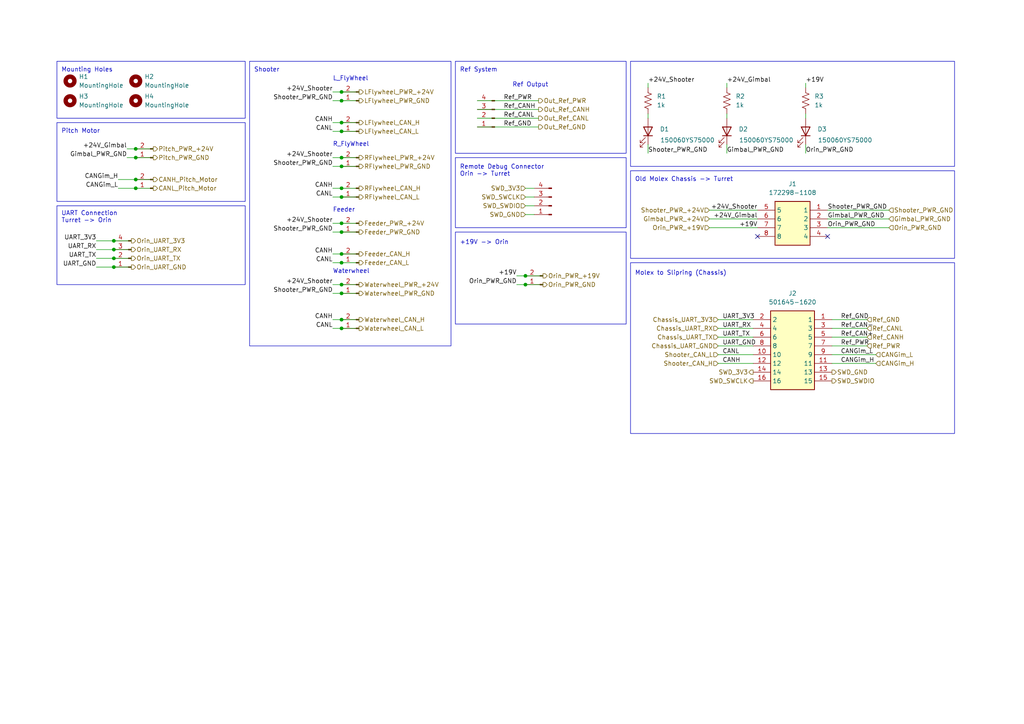
<source format=kicad_sch>
(kicad_sch (version 20250114) (generator "eeschema") (generator_version "9.0")
  (paper "A4")
  (lib_symbols
    (symbol "Connector:Conn_01x02_Pin" (pin_names (offset 1.016) (hide yes))
      (property "Reference" "J" (at 0 2.54 0))
      (property "Value" "Conn_01x02_Pin" (at 0 -5.08 0))
      (symbol "Conn_01x02_Pin_1_1"
        (rectangle (start 0.8636 0.127) (end 0 -0.127) (stroke (width 0.1524)) (fill (type outline)))
        (rectangle (start 0.8636 -2.413) (end 0 -2.667) (stroke (width 0.1524)) (fill (type outline)))
        (polyline (pts (xy 1.27 0) (xy 0.8636 0)) (stroke (width 0.1524)))
        (polyline (pts (xy 1.27 -2.54) (xy 0.8636 -2.54)) (stroke (width 0.1524)))
        (pin passive line (at 5.08 0 180) (length 3.81) (name "Pin_1") (number "1"))
        (pin passive line (at 5.08 -2.54 180) (length 3.81) (name "Pin_2") (number "2"))
      )
    )
    (symbol "Connector:Conn_01x04_Pin" (pin_names (offset 1.016) (hide yes))
      (property "Reference" "J" (at 0 5.08 0))
      (property "Value" "Conn_01x04_Pin" (at 0 -7.62 0))
      (symbol "Conn_01x04_Pin_1_1"
        (rectangle (start 0.8636 2.667) (end 0 2.413) (stroke (width 0.1524)) (fill (type outline)))
        (rectangle (start 0.8636 0.127) (end 0 -0.127) (stroke (width 0.1524)) (fill (type outline)))
        (rectangle (start 0.8636 -2.413) (end 0 -2.667) (stroke (width 0.1524)) (fill (type outline)))
        (rectangle (start 0.8636 -4.953) (end 0 -5.207) (stroke (width 0.1524)) (fill (type outline)))
        (polyline (pts (xy 1.27 2.54) (xy 0.8636 2.54)) (stroke (width 0.1524)))
        (polyline (pts (xy 1.27 0) (xy 0.8636 0)) (stroke (width 0.1524)))
        (polyline (pts (xy 1.27 -2.54) (xy 0.8636 -2.54)) (stroke (width 0.1524)))
        (polyline (pts (xy 1.27 -5.08) (xy 0.8636 -5.08)) (stroke (width 0.1524)))
        (pin passive line (at 5.08 2.54 180) (length 3.81) (name "Pin_1") (number "1"))
        (pin passive line (at 5.08 0 180) (length 3.81) (name "Pin_2") (number "2"))
        (pin passive line (at 5.08 -2.54 180) (length 3.81) (name "Pin_3") (number "3"))
        (pin passive line (at 5.08 -5.08 180) (length 3.81) (name "Pin_4") (number "4"))
      )
    )
    (symbol "Device:LED" (pin_numbers (hide yes)) (pin_names (offset 1.016) (hide yes))
      (property "Reference" "D" (at 0 2.54 0))
      (property "Value" "LED" (at 0 -2.54 0))
      (symbol "LED_0_1"
        (polyline (pts (xy -3.048 -0.762) (xy -4.572 -2.286) (xy -3.81 -2.286) (xy -4.572 -2.286) (xy -4.572 -1.524)))
        (polyline (pts (xy -1.778 -0.762) (xy -3.302 -2.286) (xy -2.54 -2.286) (xy -3.302 -2.286) (xy -3.302 -1.524)))
        (polyline (pts (xy -1.27 0) (xy 1.27 0)))
        (polyline (pts (xy -1.27 -1.27) (xy -1.27 1.27)) (stroke (width 0.254)))
        (polyline (pts (xy 1.27 -1.27) (xy 1.27 1.27) (xy -1.27 0) (xy 1.27 -1.27)) (stroke (width 0.254)))
      )
      (symbol "LED_1_1"
        (pin passive line (at -3.81 0 0) (length 2.54) (name "K") (number "1"))
        (pin passive line (at 3.81 0 180) (length 2.54) (name "A") (number "2"))
      )
    )
    (symbol "Device:R_US" (pin_numbers (hide yes)) (pin_names (offset 0))
      (property "Reference" "R" (at 2.54 0 90))
      (property "Value" "R_US" (at -2.54 0 90))
      (symbol "R_US_0_1"
        (polyline (pts (xy 0 2.286) (xy 0 2.54)))
        (polyline (pts (xy 0 2.286) (xy 1.016 1.905) (xy 0 1.524) (xy -1.016 1.143) (xy 0 0.762)))
        (polyline (pts (xy 0 0.762) (xy 1.016 0.381) (xy 0 0) (xy -1.016 -0.381) (xy 0 -0.762)))
        (polyline (pts (xy 0 -0.762) (xy 1.016 -1.143) (xy 0 -1.524) (xy -1.016 -1.905) (xy 0 -2.286)))
        (polyline (pts (xy 0 -2.286) (xy 0 -2.54)))
      )
      (symbol "R_US_1_1"
        (pin passive line (at 0 3.81 270) (length 1.27) (name "~") (number "1"))
        (pin passive line (at 0 -3.81 90) (length 1.27) (name "~") (number "2"))
      )
    )
    (symbol "Mechanical:MountingHole" (pin_names (offset 1.016))
      (property "Reference" "H" (at 0 5.08 0))
      (property "Value" "MountingHole" (at 0 3.175 0))
      (symbol "MountingHole_0_1"
        (circle (center 0 0) (radius 1.27) (stroke (width 1.27)))
      )
    )
    (symbol "Robomaster_Library:172298-1108"
      (property "Reference" "J" (at 16.51 7.62 0))
      (property "Value" "172298-1108" (at 16.51 5.08 0))
      (symbol "172298-1108_1_1"
        (rectangle (start 5.08 2.54) (end 15.24 -10.16) (stroke (width 0.254)) (fill (type background)))
        (pin passive line (at 0 0 0) (length 5.08) (name "5") (number "5"))
        (pin passive line (at 0 -2.54 0) (length 5.08) (name "6") (number "6"))
        (pin passive line (at 0 -5.08 0) (length 5.08) (name "7") (number "7"))
        (pin passive line (at 0 -7.62 0) (length 5.08) (name "8") (number "8"))
        (pin passive line (at 20.32 0 180) (length 5.08) (name "1") (number "1"))
        (pin passive line (at 20.32 -2.54 180) (length 5.08) (name "2") (number "2"))
        (pin passive line (at 20.32 -5.08 180) (length 5.08) (name "3") (number "3"))
        (pin passive line (at 20.32 -7.62 180) (length 5.08) (name "4") (number "4"))
      )
    )
    (symbol "Robomaster_Library:501645-1620"
      (property "Reference" "J" (at 19.05 7.62 0))
      (property "Value" "501645-1620" (at 19.05 5.08 0))
      (symbol "501645-1620_1_1"
        (rectangle (start 5.08 2.54) (end 17.78 -20.32) (stroke (width 0.254)) (fill (type background)))
        (pin passive line (at 0 0 0) (length 5.08) (name "2") (number "2"))
        (pin passive line (at 0 -2.54 0) (length 5.08) (name "4") (number "4"))
        (pin passive line (at 0 -5.08 0) (length 5.08) (name "6") (number "6"))
        (pin passive line (at 0 -7.62 0) (length 5.08) (name "8") (number "8"))
        (pin passive line (at 0 -10.16 0) (length 5.08) (name "10") (number "10"))
        (pin passive line (at 0 -12.7 0) (length 5.08) (name "12") (number "12"))
        (pin passive line (at 0 -15.24 0) (length 5.08) (name "14") (number "14"))
        (pin passive line (at 0 -17.78 0) (length 5.08) (name "16") (number "16"))
        (pin passive line (at 22.86 0 180) (length 5.08) (name "1") (number "1"))
        (pin passive line (at 22.86 -2.54 180) (length 5.08) (name "3") (number "3"))
        (pin passive line (at 22.86 -5.08 180) (length 5.08) (name "5") (number "5"))
        (pin passive line (at 22.86 -7.62 180) (length 5.08) (name "7") (number "7"))
        (pin passive line (at 22.86 -10.16 180) (length 5.08) (name "9") (number "9"))
        (pin passive line (at 22.86 -12.7 180) (length 5.08) (name "11") (number "11"))
        (pin passive line (at 22.86 -15.24 180) (length 5.08) (name "13") (number "13"))
        (pin passive line (at 22.86 -17.78 180) (length 5.08) (name "15") (number "15"))
      )
    )
  )
  (rectangle (start 132.08 17.78) (end 181.61 44.45))
  (rectangle (start 16.51 17.78) (end 71.12 34.29))
  (rectangle (start 72.39 17.78) (end 130.81 100.33))
  (rectangle (start 182.88 76.2) (end 276.86 125.73))
  (rectangle (start 16.51 59.69) (end 71.12 82.55))
  (rectangle (start 132.08 67.31) (end 181.61 93.98))
  (rectangle (start 16.51 35.56) (end 71.12 58.42))
  (rectangle (start 182.88 17.78) (end 276.86 48.26))
  (rectangle (start 182.88 49.53) (end 276.86 74.93) (stroke (width 0) (color 0 0 194 1)))
  (rectangle (start 132.08 45.72) (end 181.61 66.04))
  (text "Molex to Slipring (Chassis)" (at 184.15 80.01 0) (effects (font (size 1.27 1.27)) (justify left bottom)))
  (text "Ref System" (at 133.35 20.32 0) (effects (font (size 1.27 1.27)) (justify left)))
  (text "Old Molex Chassis -> Turret" (at 184.15 52.07 0) (effects (font (size 1.27 1.27)) (justify left)))
  (text "L_FlyWheel" (at 96.52 22.86 0) (effects (font (size 1.27 1.27)) (justify left)))
  (text "Feeder" (at 96.52 60.96 0) (effects (font (size 1.27 1.27)) (justify left)))
  (text "Pitch Motor" (at 17.78 38.1 0) (effects (font (size 1.27 1.27)) (justify left)))
  (text "Mounting Holes" (at 17.78 20.32 0) (effects (font (size 1.27 1.27)) (justify left)))
  (text "+19V -> Orin" (at 133.35 71.12 0) (effects (font (size 1.27 1.27)) (justify left bottom)))
  (text "Shooter" (at 73.66 20.32 0) (effects (font (size 1.27 1.27)) (justify left)))
  (text "Remote Debug Connector\nOrin -> Turret" (at 133.35 49.53 0) (effects (font (size 1.27 1.27)) (justify left)))
  (text "Ref Output\n" (at 148.59 25.4 0) (effects (font (size 1.27 1.27)) (justify left bottom)))
  (text "Waterwheel" (at 96.52 78.74 0) (effects (font (size 1.27 1.27)) (justify left)))
  (text "R_FlyWheel" (at 96.52 41.91 0) (effects (font (size 1.27 1.27)) (justify left)))
  (text "UART Connection\nTurret -> Orin" (at 17.78 64.77 0) (effects (font (size 1.27 1.27)) (justify left bottom)))
  (junction (at 99.06 29.21))
  (junction (at 99.06 38.1))
  (junction (at 39.37 45.72))
  (junction (at 99.06 95.25))
  (junction (at 39.37 52.07))
  (junction (at 99.06 64.77))
  (junction (at 33.02 69.85))
  (junction (at 152.4 80.01))
  (junction (at 99.06 67.31))
  (junction (at 39.37 43.18))
  (junction (at 99.06 73.66))
  (junction (at 99.06 57.15))
  (junction (at 152.4 82.55))
  (junction (at 99.06 85.09))
  (junction (at 99.06 92.71))
  (junction (at 99.06 45.72))
  (junction (at 99.06 54.61))
  (junction (at 33.02 77.47))
  (junction (at 39.37 54.61))
  (junction (at 33.02 72.39))
  (junction (at 33.02 74.93))
  (junction (at 99.06 26.67))
  (junction (at 99.06 76.2))
  (junction (at 99.06 35.56))
  (junction (at 99.06 48.26))
  (junction (at 99.06 82.55))
  (no_connect (at 219.71 68.58))
  (no_connect (at 240.03 68.58))
  (wire (pts (xy 152.4 82.55) (xy 157.48 82.55)))
  (wire (pts (xy 210.82 33.02) (xy 210.82 34.29)))
  (wire (pts (xy 33.02 74.93) (xy 38.1 74.93)))
  (wire (pts (xy 96.52 45.72) (xy 99.06 45.72)))
  (wire (pts (xy 208.28 105.41) (xy 218.44 105.41)))
  (wire (pts (xy 27.94 74.93) (xy 33.02 74.93)))
  (wire (pts (xy 208.28 100.33) (xy 218.44 100.33)))
  (wire (pts (xy 99.06 54.61) (xy 104.14 54.61)))
  (wire (pts (xy 99.06 95.25) (xy 104.14 95.25)))
  (wire (pts (xy 96.52 38.1) (xy 99.06 38.1)))
  (wire (pts (xy 187.96 33.02) (xy 187.96 34.29)))
  (wire (pts (xy 99.06 35.56) (xy 104.14 35.56)))
  (wire (pts (xy 156.21 36.83) (xy 138.43 36.83)))
  (wire (pts (xy 96.52 82.55) (xy 99.06 82.55)))
  (wire (pts (xy 96.52 67.31) (xy 99.06 67.31)))
  (wire (pts (xy 251.46 100.33) (xy 241.3 100.33)))
  (wire (pts (xy 99.06 85.09) (xy 104.14 85.09)))
  (wire (pts (xy 96.52 35.56) (xy 99.06 35.56)))
  (wire (pts (xy 99.06 38.1) (xy 104.14 38.1)))
  (wire (pts (xy 27.94 77.47) (xy 33.02 77.47)))
  (wire (pts (xy 39.37 43.18) (xy 44.45 43.18)))
  (wire (pts (xy 99.06 76.2) (xy 104.14 76.2)))
  (wire (pts (xy 99.06 45.72) (xy 104.14 45.72)))
  (wire (pts (xy 96.52 73.66) (xy 99.06 73.66)))
  (wire (pts (xy 99.06 29.21) (xy 104.14 29.21)))
  (wire (pts (xy 96.52 48.26) (xy 99.06 48.26)))
  (wire (pts (xy 39.37 45.72) (xy 44.45 45.72)))
  (wire (pts (xy 254 105.41) (xy 241.3 105.41)))
  (wire (pts (xy 233.68 24.13) (xy 233.68 25.4)))
  (wire (pts (xy 96.52 76.2) (xy 99.06 76.2)))
  (wire (pts (xy 205.74 63.5) (xy 219.71 63.5)))
  (wire (pts (xy 96.52 54.61) (xy 99.06 54.61)))
  (wire (pts (xy 152.4 62.23) (xy 154.94 62.23)))
  (wire (pts (xy 99.06 67.31) (xy 104.14 67.31)))
  (wire (pts (xy 251.46 92.71) (xy 241.3 92.71)))
  (wire (pts (xy 36.83 45.72) (xy 39.37 45.72)))
  (wire (pts (xy 96.52 95.25) (xy 99.06 95.25)))
  (wire (pts (xy 154.94 57.15) (xy 152.4 57.15)))
  (wire (pts (xy 257.81 63.5) (xy 240.03 63.5)))
  (wire (pts (xy 205.74 60.96) (xy 219.71 60.96)))
  (wire (pts (xy 96.52 85.09) (xy 99.06 85.09)))
  (wire (pts (xy 27.94 72.39) (xy 33.02 72.39)))
  (wire (pts (xy 156.21 29.21) (xy 138.43 29.21)))
  (wire (pts (xy 156.21 31.75) (xy 138.43 31.75)))
  (wire (pts (xy 96.52 64.77) (xy 99.06 64.77)))
  (wire (pts (xy 39.37 54.61) (xy 44.45 54.61)))
  (wire (pts (xy 208.28 97.79) (xy 218.44 97.79)))
  (wire (pts (xy 156.21 34.29) (xy 138.43 34.29)))
  (wire (pts (xy 257.81 60.96) (xy 240.03 60.96)))
  (wire (pts (xy 208.28 92.71) (xy 218.44 92.71)))
  (wire (pts (xy 96.52 29.21) (xy 99.06 29.21)))
  (wire (pts (xy 208.28 95.25) (xy 218.44 95.25)))
  (wire (pts (xy 187.96 24.13) (xy 187.96 25.4)))
  (wire (pts (xy 152.4 59.69) (xy 154.94 59.69)))
  (wire (pts (xy 33.02 69.85) (xy 38.1 69.85)))
  (wire (pts (xy 233.68 41.91) (xy 233.68 44.45)))
  (wire (pts (xy 251.46 95.25) (xy 241.3 95.25)))
  (wire (pts (xy 154.94 54.61) (xy 152.4 54.61)))
  (wire (pts (xy 240.03 66.04) (xy 257.81 66.04)))
  (wire (pts (xy 149.86 80.01) (xy 152.4 80.01)))
  (wire (pts (xy 99.06 92.71) (xy 104.14 92.71)))
  (wire (pts (xy 39.37 52.07) (xy 44.45 52.07)))
  (wire (pts (xy 208.28 102.87) (xy 218.44 102.87)))
  (wire (pts (xy 251.46 97.79) (xy 241.3 97.79)))
  (wire (pts (xy 96.52 57.15) (xy 99.06 57.15)))
  (wire (pts (xy 36.83 43.18) (xy 39.37 43.18)))
  (wire (pts (xy 233.68 33.02) (xy 233.68 34.29)))
  (wire (pts (xy 99.06 48.26) (xy 104.14 48.26)))
  (wire (pts (xy 99.06 73.66) (xy 104.14 73.66)))
  (wire (pts (xy 187.96 41.91) (xy 187.96 44.45)))
  (wire (pts (xy 210.82 24.13) (xy 210.82 25.4)))
  (wire (pts (xy 149.86 82.55) (xy 152.4 82.55)))
  (wire (pts (xy 99.06 64.77) (xy 104.14 64.77)))
  (wire (pts (xy 96.52 92.71) (xy 99.06 92.71)))
  (wire (pts (xy 99.06 82.55) (xy 104.14 82.55)))
  (wire (pts (xy 254 102.87) (xy 241.3 102.87)))
  (wire (pts (xy 27.94 69.85) (xy 33.02 69.85)))
  (wire (pts (xy 99.06 57.15) (xy 104.14 57.15)))
  (wire (pts (xy 210.82 41.91) (xy 210.82 44.45)))
  (wire (pts (xy 152.4 80.01) (xy 157.48 80.01)))
  (wire (pts (xy 205.74 66.04) (xy 219.71 66.04)))
  (wire (pts (xy 96.52 26.67) (xy 99.06 26.67)))
  (wire (pts (xy 39.37 52.07) (xy 34.29 52.07)))
  (wire (pts (xy 33.02 77.47) (xy 38.1 77.47)))
  (wire (pts (xy 38.1 72.39) (xy 33.02 72.39)))
  (wire (pts (xy 34.29 54.61) (xy 39.37 54.61)))
  (wire (pts (xy 99.06 26.67) (xy 104.14 26.67)))
  (label "Ref_CAN-" (at 243.84 95.25 0))
  (label "CANH" (at 209.55 105.41 0))
  (label "CANL" (at 96.52 38.1 180))
  (label "+19V" (at 149.86 80.01 180))
  (label "CANL" (at 96.52 76.2 180))
  (label "Ref_GND" (at 243.84 92.71 0))
  (label "Shooter_PWR_GND" (at 187.96 44.45 0))
  (label "CANGim_L" (at 243.84 102.87 0))
  (label "Orin_PWR_GND" (at 233.68 44.45 0))
  (label "Shooter_PWR_GND" (at 96.52 29.21 180))
  (label "+24V_Gimbal" (at 219.71 63.5 180))
  (label "+19V" (at 233.68 24.13 0))
  (label "Ref_PWR" (at 243.84 100.33 0))
  (label "CANGim_H" (at 243.84 105.41 0))
  (label "Ref_CANH" (at 146.05 31.75 0))
  (label "UART_GND" (at 27.94 77.47 180))
  (label "+24V_Shooter" (at 96.52 82.55 180))
  (label "UART_TX" (at 209.55 97.79 0))
  (label "CANH" (at 96.52 73.66 180))
  (label "Ref_CAN+" (at 243.84 97.79 0))
  (label "CANH" (at 96.52 35.56 180))
  (label "+24V_Shooter" (at 96.52 26.67 180))
  (label "CANL" (at 96.52 57.15 180))
  (label "+24V_Shooter" (at 96.52 45.72 180))
  (label "Ref_PWR" (at 146.05 29.21 0))
  (label "CANH" (at 96.52 92.71 180))
  (label "Orin_PWR_GND" (at 149.86 82.55 180))
  (label "Gimbal_PWR_GND" (at 240.03 63.5 0))
  (label "Shooter_PWR_GND" (at 96.52 85.09 180))
  (label "Shooter_PWR_GND" (at 96.52 67.31 180))
  (label "Gimbal_PWR_GND" (at 210.82 44.45 0))
  (label "+19V" (at 219.71 66.04 180))
  (label "UART_TX" (at 27.94 74.93 180))
  (label "Shooter_PWR_GND" (at 240.03 60.96 0))
  (label "Ref_CANL" (at 146.05 34.29 0))
  (label "+24V_Gimbal" (at 36.83 43.18 180))
  (label "UART_GND" (at 209.55 100.33 0))
  (label "CANL" (at 209.55 102.87 0))
  (label "+24V_Gimbal" (at 210.82 24.13 0))
  (label "Ref_GND" (at 146.05 36.83 0))
  (label "CANGim_L" (at 34.29 54.61 180))
  (label "UART_3V3" (at 27.94 69.85 180))
  (label "CANGim_H" (at 34.29 52.07 180))
  (label "Shooter_PWR_GND" (at 96.52 48.26 180))
  (label "UART_3V3" (at 209.55 92.71 0))
  (label "CANH" (at 96.52 54.61 180))
  (label "UART_RX" (at 209.55 95.25 0))
  (label "UART_RX" (at 27.94 72.39 180))
  (label "+24V_Shooter" (at 219.71 60.96 180))
  (label "+24V_Shooter" (at 187.96 24.13 0))
  (label "+24V_Shooter" (at 96.52 64.77 180))
  (label "Orin_PWR_GND" (at 240.03 66.04 0))
  (label "Gimbal_PWR_GND" (at 36.83 45.72 180))
  (label "CANL" (at 96.52 95.25 180))
  (hierarchical_label "RFlywheel_PWR_+24V" (shape output) (at 104.14 45.72 0))
  (hierarchical_label "Pitch_PWR_+24V" (shape output) (at 44.45 43.18 0))
  (hierarchical_label "LFlywheel_PWR_+24V" (shape output) (at 104.14 26.67 0))
  (hierarchical_label "Shooter_CAN_H" (shape input) (at 208.28 105.41 180))
  (hierarchical_label "Waterwheel_PWR_GND" (shape output) (at 104.14 85.09 0))
  (hierarchical_label "Out_Ref_CANH" (shape output) (at 156.21 31.75 0))
  (hierarchical_label "Gimbal_PWR_GND" (shape input) (at 257.81 63.5 0))
  (hierarchical_label "Orin_PWR_GND" (shape output) (at 157.48 82.55 0))
  (hierarchical_label "RFlywheel_CAN_H" (shape output) (at 104.14 54.61 0))
  (hierarchical_label "SWD_SWDIO" (shape output) (at 241.3 110.49 0))
  (hierarchical_label "Chassis_UART_GND" (shape input) (at 208.28 100.33 180))
  (hierarchical_label "SWD_SWDIO" (shape input) (at 152.4 59.69 180))
  (hierarchical_label "Shooter_PWR_GND" (shape input) (at 257.81 60.96 0))
  (hierarchical_label "Chassis_UART_3V3" (shape input) (at 208.28 92.71 180))
  (hierarchical_label "Out_Ref_CANL" (shape output) (at 156.21 34.29 0))
  (hierarchical_label "Gimbal_PWR_+24V" (shape input) (at 205.74 63.5 180))
  (hierarchical_label "RFlywheel_PWR_GND" (shape output) (at 104.14 48.26 0))
  (hierarchical_label "Orin_UART_RX" (shape output) (at 38.1 72.39 0))
  (hierarchical_label "Waterwheel_CAN_H" (shape output) (at 104.14 92.71 0))
  (hierarchical_label "LFlywheel_PWR_GND" (shape output) (at 104.14 29.21 0))
  (hierarchical_label "Orin_PWR_GND" (shape input) (at 257.81 66.04 0))
  (hierarchical_label "RFlywheel_CAN_L" (shape output) (at 104.14 57.15 0))
  (hierarchical_label "Waterwheel_CAN_L" (shape output) (at 104.14 95.25 0))
  (hierarchical_label "Chassis_UART_TX" (shape input) (at 208.28 97.79 180))
  (hierarchical_label "Ref_CANH" (shape input) (at 251.46 97.79 0))
  (hierarchical_label "Orin_PWR_+19V" (shape input) (at 205.74 66.04 180))
  (hierarchical_label "Waterwheel_PWR_+24V" (shape output) (at 104.14 82.55 0))
  (hierarchical_label "CANGim_H" (shape input) (at 254 105.41 0))
  (hierarchical_label "SWD_GND" (shape output) (at 241.3 107.95 0))
  (hierarchical_label "LFlywheel_CAN_H" (shape output) (at 104.14 35.56 0))
  (hierarchical_label "Pitch_PWR_GND" (shape output) (at 44.45 45.72 0))
  (hierarchical_label "CANGim_L" (shape input) (at 254 102.87 0))
  (hierarchical_label "SWD_GND" (shape input) (at 152.4 62.23 180))
  (hierarchical_label "Out_Ref_GND" (shape output) (at 156.21 36.83 0))
  (hierarchical_label "Ref_GND" (shape input) (at 251.46 92.71 0))
  (hierarchical_label "Orin_UART_TX" (shape output) (at 38.1 74.93 0))
  (hierarchical_label "SWD_3V3" (shape output) (at 218.44 107.95 180))
  (hierarchical_label "Orin_PWR_+19V" (shape output) (at 157.48 80.01 0))
  (hierarchical_label "Feeder_CAN_L" (shape output) (at 104.14 76.2 0))
  (hierarchical_label "Out_Ref_PWR" (shape output) (at 156.21 29.21 0))
  (hierarchical_label "Chassis_UART_RX" (shape input) (at 208.28 95.25 180))
  (hierarchical_label "Ref_CANL" (shape input) (at 251.46 95.25 0))
  (hierarchical_label "Shooter_CAN_L" (shape input) (at 208.28 102.87 180))
  (hierarchical_label "SWD_SWCLK" (shape input) (at 152.4 57.15 180))
  (hierarchical_label "Orin_UART_3V3" (shape output) (at 38.1 69.85 0))
  (hierarchical_label "Ref_PWR" (shape input) (at 251.46 100.33 0))
  (hierarchical_label "Feeder_PWR_GND" (shape output) (at 104.14 67.31 0))
  (hierarchical_label "Feeder_CAN_H" (shape output) (at 104.14 73.66 0))
  (hierarchical_label "CANL_Pitch_Motor" (shape output) (at 44.45 54.61 0))
  (hierarchical_label "SWD_SWCLK" (shape output) (at 218.44 110.49 180))
  (hierarchical_label "Orin_UART_GND" (shape output) (at 38.1 77.47 0))
  (hierarchical_label "Feeder_PWR_+24V" (shape output) (at 104.14 64.77 0))
  (hierarchical_label "SWD_3V3" (shape input) (at 152.4 54.61 180))
  (hierarchical_label "LFlywheel_CAN_L" (shape output) (at 104.14 38.1 0))
  (hierarchical_label "Shooter_PWR_+24V" (shape input) (at 205.74 60.96 180))
  (hierarchical_label "CANH_Pitch_Motor" (shape output) (at 44.45 52.07 0))
  (symbol (lib_id "Device:R_US") (at 187.96 29.21 0) (unit 1)
    (property "Reference" "R1" (at 190.5 27.9399 0) (effects (justify left)))
    (property "Value" "1k" (at 190.5 30.4799 0) (effects (justify left)))
    (property "Footprint" "Resistor_SMD:R_0603_1608Metric_Pad0.98x0.95mm_HandSolder" (effects (hide yes)))
    (property "Description" "Resistor, US symbol" (effects (hide yes)))
  )
  (symbol (lib_id "Mechanical:MountingHole") (at 20.32 29.21 0) (unit 1)
    (property "Reference" "H3" (at 22.86 27.9399 0) (effects (justify left)))
    (property "Value" "MountingHole" (at 22.86 30.4799 0) (effects (justify left)))
    (property "Footprint" "MountingHole:MountingHole_3mm" (effects (hide yes)))
  )
  (symbol (lib_id "Device:LED") (at 187.96 38.1 270) (mirror x) (unit 1)
    (property "Reference" "D1" (at 192.7225 37.465 90))
    (property "Value" "150060YS75000" (at 199.39 40.64 90))
    (property "Footprint" "LED_SMD:LED_0603_1608Metric_Pad1.05x0.95mm_HandSolder" (effects (hide yes)))
    (property "Datasheet" "https://www.we-online.com/components/products/datasheet/150060YS75000.pdf" (effects (hide yes)))
    (property "Manufacturer_Part_Number" "150060YS75000" (effects (hide yes)))
    (property "Mouser Part Number" "710-150060YS75000" (effects (hide yes)))
  )
  (symbol (lib_id "Robomaster_Library:501645-1620") (at 218.44 92.71 0) (unit 1)
    (property "Reference" "J2" (at 229.87 85.09 0))
    (property "Value" "501645-1620" (at 229.87 87.63 0))
    (property "Footprint" "5016451620" (effects (hide yes)))
    (property "Datasheet" "https://www.molex.com/pdm_docs/sd/5016451620_sd.pdf" (effects (hide yes)))
    (property "Description" "MOLEX - 501645-1620 - CONNECTOR, HEADER, 16POS, 2ROW, 2MM" (effects (hide yes)))
    (property "Height" "12" (effects (hide yes)))
    (property "Mouser Part Number" "538-501645-1620" (effects (hide yes)))
    (property "Mouser Price/Stock" "https://www.mouser.co.uk/ProductDetail/Molex/501645-1620?qs=AcmJtBVhzkSktNjjA6%2Faug%3D%3D" (effects (hide yes)))
    (property "Manufacturer_Name" "Molex" (effects (hide yes)))
    (property "Manufacturer_Part_Number" "501645-1620" (effects (hide yes)))
  )
  (symbol (lib_id "Device:R_US") (at 210.82 29.21 0) (unit 1)
    (property "Reference" "R2" (at 213.36 27.9399 0) (effects (justify left)))
    (property "Value" "1k" (at 213.36 30.4799 0) (effects (justify left)))
    (property "Footprint" "Resistor_SMD:R_0603_1608Metric_Pad0.98x0.95mm_HandSolder" (effects (hide yes)))
    (property "Description" "Resistor, US symbol" (effects (hide yes)))
  )
  (symbol (lib_id "Connector:Conn_01x02_Pin") (at 44.45 54.61 180) (unit 1)
    (property "Reference" "CAN_Gimbal1" (effects (hide yes)))
    (property "Value" "Conn_01x02_Pin" (effects (hide yes)))
    (property "Footprint" "Connector_JST:JST_GH_BM02B-GHS-TBT_1x02-1MP_P1.25mm_Vertical" (effects (hide yes)))
    (property "Mouser Part Number" "JST 2 Pin" (effects (hide yes)))
  )
  (symbol (lib_id "Connector:Conn_01x02_Pin") (at 104.14 29.21 180) (unit 1)
    (property "Reference" "+24V_L_Flywheel1" (effects (hide yes)))
    (property "Value" "Conn_01x02_Pin" (effects (hide yes)))
    (property "Footprint" "Connector_AMASS:AMASS_XT30U-F_1x02_P5.0mm_Vertical" (effects (hide yes)))
    (property "Mouser Part Number" "XT30" (effects (hide yes)))
  )
  (symbol (lib_id "Connector:Conn_01x04_Pin") (at 38.1 74.93 180) (unit 1)
    (property "Reference" "UART_Turret->Orin1" (effects (hide yes)))
    (property "Value" "Conn_01x04_Pin" (effects (hide yes)))
    (property "Footprint" "Connector_JST:JST_GH_BM04B-GHS-TBT_1x04-1MP_P1.25mm_Vertical" (effects (hide yes)))
    (property "Mouser Part Number" "JST 4 Pin" (effects (hide yes)))
  )
  (symbol (lib_id "Connector:Conn_01x04_Pin") (at 160.02 59.69 180) (unit 1)
    (property "Reference" "Debug_Orin->Turret1" (effects (hide yes)))
    (property "Value" "Conn_01x04_Pin" (effects (hide yes)))
    (property "Footprint" "Connector_JST:JST_GH_BM04B-GHS-TBT_1x04-1MP_P1.25mm_Vertical" (effects (hide yes)))
    (property "Mouser Part Number" "JST 4 Pin" (effects (hide yes)))
  )
  (symbol (lib_id "Device:R_US") (at 233.68 29.21 0) (unit 1)
    (property "Reference" "R3" (at 236.22 27.9399 0) (effects (justify left)))
    (property "Value" "1k" (at 236.22 30.4799 0) (effects (justify left)))
    (property "Footprint" "Resistor_SMD:R_0603_1608Metric_Pad0.98x0.95mm_HandSolder" (effects (hide yes)))
    (property "Description" "Resistor, US symbol" (effects (hide yes)))
  )
  (symbol (lib_id "Connector:Conn_01x04_Pin") (at 143.51 34.29 180) (unit 1)
    (property "Reference" "Ref_Out1" (effects (hide yes)))
    (property "Value" "Conn_01x04_Pin" (effects (hide yes)))
    (property "Footprint" "Connector_JST:JST_GH_BM04B-GHS-TBT_1x04-1MP_P1.25mm_Vertical" (effects (hide yes)))
    (property "Mouser Part Number" "JST 4 Pin" (effects (hide yes)))
  )
  (symbol (lib_id "Connector:Conn_01x02_Pin") (at 157.48 82.55 180) (unit 1)
    (property "Reference" "+19V_Turret->Orin1" (effects (hide yes)))
    (property "Value" "Conn_01x02_Pin" (effects (hide yes)))
    (property "Footprint" "Connector_AMASS:AMASS_XT30U-F_1x02_P5.0mm_Vertical" (effects (hide yes)))
    (property "Mouser Part Number" "XT30" (effects (hide yes)))
  )
  (symbol (lib_id "Mechanical:MountingHole") (at 20.32 23.495 0) (unit 1)
    (property "Reference" "H1" (at 22.86 22.2249 0) (effects (justify left)))
    (property "Value" "MountingHole" (at 22.86 24.7649 0) (effects (justify left)))
    (property "Footprint" "MountingHole:MountingHole_3mm" (effects (hide yes)))
  )
  (symbol (lib_id "Connector:Conn_01x02_Pin") (at 104.14 67.31 180) (unit 1)
    (property "Reference" "+24V_Feeder1" (effects (hide yes)))
    (property "Value" "Conn_01x02_Pin" (effects (hide yes)))
    (property "Footprint" "Connector_AMASS:AMASS_XT30U-F_1x02_P5.0mm_Vertical" (effects (hide yes)))
    (property "Mouser Part Number" "XT30" (effects (hide yes)))
  )
  (symbol (lib_id "Robomaster_Library:172298-1108") (at 219.71 60.96 0) (unit 1)
    (property "Reference" "J1" (at 229.87 53.34 0))
    (property "Value" "172298-1108" (at 229.87 55.88 0))
    (property "Footprint" "172298-YY08" (effects (hide yes)))
    (property "Datasheet" "https://www.molex.com/pdm_docs/sd/1722981104_sd.pdf" (effects (hide yes)))
    (property "Description" "Ultra-Fit Vertical Header, 3.50mm Pitch, Dual Row, 8 Circuits, with Kinked Pins, Glow-Wire Capable" (effects (hide yes)))
    (property "Height" "14" (effects (hide yes)))
    (property "Mouser Part Number" "538-172298-1108" (effects (hide yes)))
    (property "Mouser Price/Stock" "https://www.mouser.co.uk/ProductDetail/Molex/172298-1108?qs=M4iqfhoVaNrCx%252BESVpjYnQ%3D%3D" (effects (hide yes)))
    (property "Manufacturer_Name" "Molex" (effects (hide yes)))
    (property "Manufacturer_Part_Number" "172298-1108" (effects (hide yes)))
  )
  (symbol (lib_id "Mechanical:MountingHole") (at 39.37 29.21 0) (unit 1)
    (property "Reference" "H4" (at 41.91 27.9399 0) (effects (justify left)))
    (property "Value" "MountingHole" (at 41.91 30.4799 0) (effects (justify left)))
    (property "Footprint" "MountingHole:MountingHole_3mm" (effects (hide yes)))
  )
  (symbol (lib_id "Device:LED") (at 233.68 38.1 270) (mirror x) (unit 1)
    (property "Reference" "D3" (at 238.4425 37.465 90))
    (property "Value" "150060YS75000" (at 245.11 40.64 90))
    (property "Footprint" "LED_SMD:LED_0603_1608Metric_Pad1.05x0.95mm_HandSolder" (effects (hide yes)))
    (property "Datasheet" "https://www.we-online.com/components/products/datasheet/150060YS75000.pdf" (effects (hide yes)))
    (property "Manufacturer_Part_Number" "150060YS75000" (effects (hide yes)))
    (property "Mouser Part Number" "710-150060YS75000" (effects (hide yes)))
  )
  (symbol (lib_id "Connector:Conn_01x02_Pin") (at 44.45 45.72 180) (unit 1)
    (property "Reference" "+24V_Gimbal1" (effects (hide yes)))
    (property "Value" "Conn_01x02_Pin" (effects (hide yes)))
    (property "Footprint" "Connector_AMASS:AMASS_XT30U-F_1x02_P5.0mm_Vertical" (effects (hide yes)))
    (property "Mouser Part Number" "XT30" (effects (hide yes)))
  )
  (symbol (lib_id "Connector:Conn_01x02_Pin") (at 104.14 85.09 180) (unit 1)
    (property "Reference" "+24V_Waterwheel1" (effects (hide yes)))
    (property "Value" "Conn_01x02_Pin" (effects (hide yes)))
    (property "Footprint" "Connector_AMASS:AMASS_XT30U-F_1x02_P5.0mm_Vertical" (effects (hide yes)))
    (property "Mouser Part Number" "XT30" (effects (hide yes)))
  )
  (symbol (lib_id "Device:LED") (at 210.82 38.1 270) (mirror x) (unit 1)
    (property "Reference" "D2" (at 215.5825 37.465 90))
    (property "Value" "150060YS75000" (at 222.25 40.64 90))
    (property "Footprint" "LED_SMD:LED_0603_1608Metric_Pad1.05x0.95mm_HandSolder" (effects (hide yes)))
    (property "Datasheet" "https://www.we-online.com/components/products/datasheet/150060YS75000.pdf" (effects (hide yes)))
    (property "Manufacturer_Part_Number" "150060YS75000" (effects (hide yes)))
    (property "Mouser Part Number" "710-150060YS75000" (effects (hide yes)))
  )
  (symbol (lib_id "Mechanical:MountingHole") (at 39.37 23.495 0) (unit 1)
    (property "Reference" "H2" (at 41.91 22.2249 0) (effects (justify left)))
    (property "Value" "MountingHole" (at 41.91 24.7649 0) (effects (justify left)))
    (property "Footprint" "MountingHole:MountingHole_3mm" (effects (hide yes)))
  )
  (symbol (lib_id "Connector:Conn_01x02_Pin") (at 104.14 95.25 180) (unit 1)
    (property "Reference" "CAN_Waterwheel1" (effects (hide yes)))
    (property "Value" "Conn_01x02_Pin" (effects (hide yes)))
    (property "Footprint" "Connector_JST:JST_GH_BM02B-GHS-TBT_1x02-1MP_P1.25mm_Vertical" (effects (hide yes)))
    (property "Mouser Part Number" "JST 2 Pin" (effects (hide yes)))
  )
  (symbol (lib_id "Connector:Conn_01x02_Pin") (at 104.14 57.15 180) (unit 1)
    (property "Reference" "CAN_R_Flywheel1" (effects (hide yes)))
    (property "Value" "Conn_01x02_Pin" (effects (hide yes)))
    (property "Footprint" "Connector_JST:JST_GH_BM02B-GHS-TBT_1x02-1MP_P1.25mm_Vertical" (effects (hide yes)))
    (property "Mouser Part Number" "JST 2 Pin" (effects (hide yes)))
  )
  (symbol (lib_id "Connector:Conn_01x02_Pin") (at 104.14 76.2 180) (unit 1)
    (property "Reference" "CAN_Feeder1" (effects (hide yes)))
    (property "Value" "Conn_01x02_Pin" (effects (hide yes)))
    (property "Footprint" "Connector_JST:JST_GH_BM02B-GHS-TBT_1x02-1MP_P1.25mm_Vertical" (effects (hide yes)))
    (property "Mouser Part Number" "JST 2 Pin" (effects (hide yes)))
  )
  (symbol (lib_id "Connector:Conn_01x02_Pin") (at 104.14 38.1 180) (unit 1)
    (property "Reference" "CAN_L_Flywheel1" (effects (hide yes)))
    (property "Value" "Conn_01x02_Pin" (effects (hide yes)))
    (property "Footprint" "Connector_JST:JST_GH_BM02B-GHS-TBT_1x02-1MP_P1.25mm_Vertical" (effects (hide yes)))
    (property "Mouser Part Number" "JST 2 Pin" (effects (hide yes)))
  )
  (symbol (lib_id "Connector:Conn_01x02_Pin") (at 104.14 48.26 180) (unit 1)
    (property "Reference" "+24V_R_Flywheel1" (effects (hide yes)))
    (property "Value" "Conn_01x02_Pin" (effects (hide yes)))
    (property "Footprint" "Connector_AMASS:AMASS_XT30U-F_1x02_P5.0mm_Vertical" (effects (hide yes)))
    (property "Mouser Part Number" "XT30" (effects (hide yes)))
  )
)
</source>
